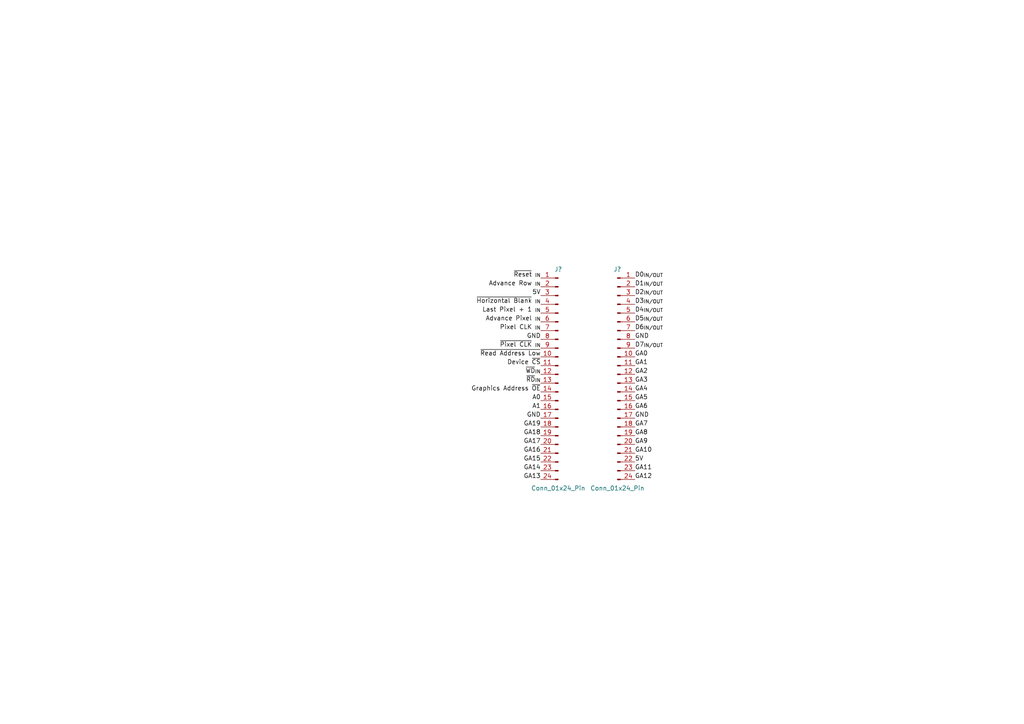
<source format=kicad_sch>
(kicad_sch (version 20230121) (generator eeschema)
  (paper "A4")
  (lib_symbols
    (symbol "Connector:Conn_01x24_Pin" (pin_names (offset 1.016) hide)
      (property "Reference" "J" (at 0 30.48 0))
      (property "Value" "Conn_01x24_Pin" (at 0 -33.02 0))
      (symbol "Conn_01x24_Pin_1_1"
        (polyline (pts (xy 1.27 -30.48) (xy 0.8636 -30.48)) (stroke (width 0.1524)))
        (polyline (pts (xy 1.27 -27.94) (xy 0.8636 -27.94)) (stroke (width 0.1524)))
        (polyline (pts (xy 1.27 -25.4) (xy 0.8636 -25.4)) (stroke (width 0.1524)))
        (polyline (pts (xy 1.27 -22.86) (xy 0.8636 -22.86)) (stroke (width 0.1524)))
        (polyline (pts (xy 1.27 -20.32) (xy 0.8636 -20.32)) (stroke (width 0.1524)))
        (polyline (pts (xy 1.27 -17.78) (xy 0.8636 -17.78)) (stroke (width 0.1524)))
        (polyline (pts (xy 1.27 -15.24) (xy 0.8636 -15.24)) (stroke (width 0.1524)))
        (polyline (pts (xy 1.27 -12.7) (xy 0.8636 -12.7)) (stroke (width 0.1524)))
        (polyline (pts (xy 1.27 -10.16) (xy 0.8636 -10.16)) (stroke (width 0.1524)))
        (polyline (pts (xy 1.27 -7.62) (xy 0.8636 -7.62)) (stroke (width 0.1524)))
        (polyline (pts (xy 1.27 -5.08) (xy 0.8636 -5.08)) (stroke (width 0.1524)))
        (polyline (pts (xy 1.27 -2.54) (xy 0.8636 -2.54)) (stroke (width 0.1524)))
        (polyline (pts (xy 1.27 0) (xy 0.8636 0)) (stroke (width 0.1524)))
        (polyline (pts (xy 1.27 2.54) (xy 0.8636 2.54)) (stroke (width 0.1524)))
        (polyline (pts (xy 1.27 5.08) (xy 0.8636 5.08)) (stroke (width 0.1524)))
        (polyline (pts (xy 1.27 7.62) (xy 0.8636 7.62)) (stroke (width 0.1524)))
        (polyline (pts (xy 1.27 10.16) (xy 0.8636 10.16)) (stroke (width 0.1524)))
        (polyline (pts (xy 1.27 12.7) (xy 0.8636 12.7)) (stroke (width 0.1524)))
        (polyline (pts (xy 1.27 15.24) (xy 0.8636 15.24)) (stroke (width 0.1524)))
        (polyline (pts (xy 1.27 17.78) (xy 0.8636 17.78)) (stroke (width 0.1524)))
        (polyline (pts (xy 1.27 20.32) (xy 0.8636 20.32)) (stroke (width 0.1524)))
        (polyline (pts (xy 1.27 22.86) (xy 0.8636 22.86)) (stroke (width 0.1524)))
        (polyline (pts (xy 1.27 25.4) (xy 0.8636 25.4)) (stroke (width 0.1524)))
        (polyline (pts (xy 1.27 27.94) (xy 0.8636 27.94)) (stroke (width 0.1524)))
        (rectangle (start 0.8636 -30.353) (end 0 -30.607) (stroke (width 0.1524)) (fill (type outline)))
        (rectangle (start 0.8636 -27.813) (end 0 -28.067) (stroke (width 0.1524)) (fill (type outline)))
        (rectangle (start 0.8636 -25.273) (end 0 -25.527) (stroke (width 0.1524)) (fill (type outline)))
        (rectangle (start 0.8636 -22.733) (end 0 -22.987) (stroke (width 0.1524)) (fill (type outline)))
        (rectangle (start 0.8636 -20.193) (end 0 -20.447) (stroke (width 0.1524)) (fill (type outline)))
        (rectangle (start 0.8636 -17.653) (end 0 -17.907) (stroke (width 0.1524)) (fill (type outline)))
        (rectangle (start 0.8636 -15.113) (end 0 -15.367) (stroke (width 0.1524)) (fill (type outline)))
        (rectangle (start 0.8636 -12.573) (end 0 -12.827) (stroke (width 0.1524)) (fill (type outline)))
        (rectangle (start 0.8636 -10.033) (end 0 -10.287) (stroke (width 0.1524)) (fill (type outline)))
        (rectangle (start 0.8636 -7.493) (end 0 -7.747) (stroke (width 0.1524)) (fill (type outline)))
        (rectangle (start 0.8636 -4.953) (end 0 -5.207) (stroke (width 0.1524)) (fill (type outline)))
        (rectangle (start 0.8636 -2.413) (end 0 -2.667) (stroke (width 0.1524)) (fill (type outline)))
        (rectangle (start 0.8636 0.127) (end 0 -0.127) (stroke (width 0.1524)) (fill (type outline)))
        (rectangle (start 0.8636 2.667) (end 0 2.413) (stroke (width 0.1524)) (fill (type outline)))
        (rectangle (start 0.8636 5.207) (end 0 4.953) (stroke (width 0.1524)) (fill (type outline)))
        (rectangle (start 0.8636 7.747) (end 0 7.493) (stroke (width 0.1524)) (fill (type outline)))
        (rectangle (start 0.8636 10.287) (end 0 10.033) (stroke (width 0.1524)) (fill (type outline)))
        (rectangle (start 0.8636 12.827) (end 0 12.573) (stroke (width 0.1524)) (fill (type outline)))
        (rectangle (start 0.8636 15.367) (end 0 15.113) (stroke (width 0.1524)) (fill (type outline)))
        (rectangle (start 0.8636 17.907) (end 0 17.653) (stroke (width 0.1524)) (fill (type outline)))
        (rectangle (start 0.8636 20.447) (end 0 20.193) (stroke (width 0.1524)) (fill (type outline)))
        (rectangle (start 0.8636 22.987) (end 0 22.733) (stroke (width 0.1524)) (fill (type outline)))
        (rectangle (start 0.8636 25.527) (end 0 25.273) (stroke (width 0.1524)) (fill (type outline)))
        (rectangle (start 0.8636 28.067) (end 0 27.813) (stroke (width 0.1524)) (fill (type outline)))
        (pin passive line (at 5.08 27.94 180) (length 3.81) (name "Pin_1") (number "1"))
        (pin passive line (at 5.08 5.08 180) (length 3.81) (name "Pin_10") (number "10"))
        (pin passive line (at 5.08 2.54 180) (length 3.81) (name "Pin_11") (number "11"))
        (pin passive line (at 5.08 0 180) (length 3.81) (name "Pin_12") (number "12"))
        (pin passive line (at 5.08 -2.54 180) (length 3.81) (name "Pin_13") (number "13"))
        (pin passive line (at 5.08 -5.08 180) (length 3.81) (name "Pin_14") (number "14"))
        (pin passive line (at 5.08 -7.62 180) (length 3.81) (name "Pin_15") (number "15"))
        (pin passive line (at 5.08 -10.16 180) (length 3.81) (name "Pin_16") (number "16"))
        (pin passive line (at 5.08 -12.7 180) (length 3.81) (name "Pin_17") (number "17"))
        (pin passive line (at 5.08 -15.24 180) (length 3.81) (name "Pin_18") (number "18"))
        (pin passive line (at 5.08 -17.78 180) (length 3.81) (name "Pin_19") (number "19"))
        (pin passive line (at 5.08 25.4 180) (length 3.81) (name "Pin_2") (number "2"))
        (pin passive line (at 5.08 -20.32 180) (length 3.81) (name "Pin_20") (number "20"))
        (pin passive line (at 5.08 -22.86 180) (length 3.81) (name "Pin_21") (number "21"))
        (pin passive line (at 5.08 -25.4 180) (length 3.81) (name "Pin_22") (number "22"))
        (pin passive line (at 5.08 -27.94 180) (length 3.81) (name "Pin_23") (number "23"))
        (pin passive line (at 5.08 -30.48 180) (length 3.81) (name "Pin_24") (number "24"))
        (pin passive line (at 5.08 22.86 180) (length 3.81) (name "Pin_3") (number "3"))
        (pin passive line (at 5.08 20.32 180) (length 3.81) (name "Pin_4") (number "4"))
        (pin passive line (at 5.08 17.78 180) (length 3.81) (name "Pin_5") (number "5"))
        (pin passive line (at 5.08 15.24 180) (length 3.81) (name "Pin_6") (number "6"))
        (pin passive line (at 5.08 12.7 180) (length 3.81) (name "Pin_7") (number "7"))
        (pin passive line (at 5.08 10.16 180) (length 3.81) (name "Pin_8") (number "8"))
        (pin passive line (at 5.08 7.62 180) (length 3.81) (name "Pin_9") (number "9"))
      )
    )
  )
  (label "GA19" (at 156.845 123.825 180))
  (label "~{Reset} _{IN}" (at 156.845 80.645 180))
  (label "5V" (at 184.15 133.985 0))
  (label "GA9" (at 184.15 128.905 0))
  (label "GA13" (at 156.845 139.065 180))
  (label "GA17" (at 156.845 128.905 180))
  (label "GA0" (at 184.15 103.505 0))
  (label "D0_{IN{slash}OUT}" (at 184.15 80.645 0))
  (label "GA10" (at 184.15 131.445 0))
  (label "A1" (at 156.845 118.745 180))
  (label "GA6" (at 184.15 118.745 0))
  (label "Advance Row _{IN}" (at 156.845 83.185 180))
  (label "D1_{IN{slash}OUT}" (at 184.15 83.185 0))
  (label "Device ~{CS}" (at 156.845 106.045 180))
  (label "D7_{IN{slash}OUT}" (at 184.15 100.965 0))
  (label "GA12" (at 184.15 139.065 0))
  (label "GA5" (at 184.15 116.205 0))
  (label "D4_{IN{slash}OUT}" (at 184.15 90.805 0))
  (label "Advance Pixel _{IN}" (at 156.845 93.345 180))
  (label "D6_{IN{slash}OUT}" (at 184.15 95.885 0))
  (label "D5_{IN{slash}OUT}" (at 184.15 93.345 0))
  (label "GA7" (at 184.15 123.825 0))
  (label "5V" (at 156.845 85.725 180))
  (label "GA3" (at 184.15 111.125 0))
  (label "~{Horizontal Blank} _{IN}" (at 156.845 88.265 180))
  (label "GND" (at 184.15 121.285 0))
  (label "D2_{IN{slash}OUT}" (at 184.15 85.725 0))
  (label "GND" (at 156.845 98.425 180))
  (label "GA16" (at 156.845 131.445 180))
  (label "~{WD}_{IN}" (at 156.845 108.585 180))
  (label "~{Read Address Low}" (at 156.845 103.505 180))
  (label "Pixel CLK _{IN}" (at 156.845 95.885 180))
  (label "Graphics Address ~{OE}" (at 156.845 113.665 180))
  (label "A0" (at 156.845 116.205 180))
  (label "GA15" (at 156.845 133.985 180))
  (label "GA1" (at 184.15 106.045 0))
  (label "GA8" (at 184.15 126.365 0))
  (label "~{RD}_{IN}" (at 156.845 111.125 180))
  (label "Last Pixel + 1 _{IN}" (at 156.845 90.805 180))
  (label "GA14" (at 156.845 136.525 180))
  (label "GND" (at 156.845 121.285 180))
  (label "GA4" (at 184.15 113.665 0))
  (label "GA11" (at 184.15 136.525 0))
  (label "GA2" (at 184.15 108.585 0))
  (label "GND" (at 184.15 98.425 0))
  (label "GA18" (at 156.845 126.365 180))
  (label "D3_{IN{slash}OUT}" (at 184.15 88.265 0))
  (label "~{Pixel CLK} _{IN}" (at 156.845 100.965 180))
  (symbol (lib_id "Connector:Conn_01x24_Pin") (at 179.07 108.585 0) (unit 1)
    (property "Reference" "J?" (at 179.07 78.105 0))
    (property "Value" "Conn_01x24_Pin" (at 179.07 141.605 0))
    (property "Footprint" "Connector_PinHeader_2.54mm:PinHeader_1x24_P2.54mm_Vertical" (effects hide))
    (instances (project "Video Timer" (path "" (reference "J?") (unit 1)) (path "" (reference "J2") (unit 1)) (path "" (reference "J6") (unit 1))) (project "Sound" (path "" (reference "J3") (unit 1)) (path "" (reference "J5") (unit 1))))
  )
  (symbol (lib_id "Connector:Conn_01x24_Pin") (at 161.925 108.585 0) (mirror y) (unit 1)
    (property "Reference" "J?" (at 161.925 78.105 0))
    (property "Value" "Conn_01x24_Pin" (at 161.925 141.605 0))
    (property "Footprint" "Connector_PinHeader_2.54mm:PinHeader_1x24_P2.54mm_Vertical" (effects hide))
    (instances (project "Video Timer" (path "" (reference "J?") (unit 1)) (path "" (reference "J1") (unit 1)) (path "" (reference "J4") (unit 1))) (project "Sound" (path "" (reference "J2") (unit 1)) (path "" (reference "J4") (unit 1))))
  )
)
</source>
